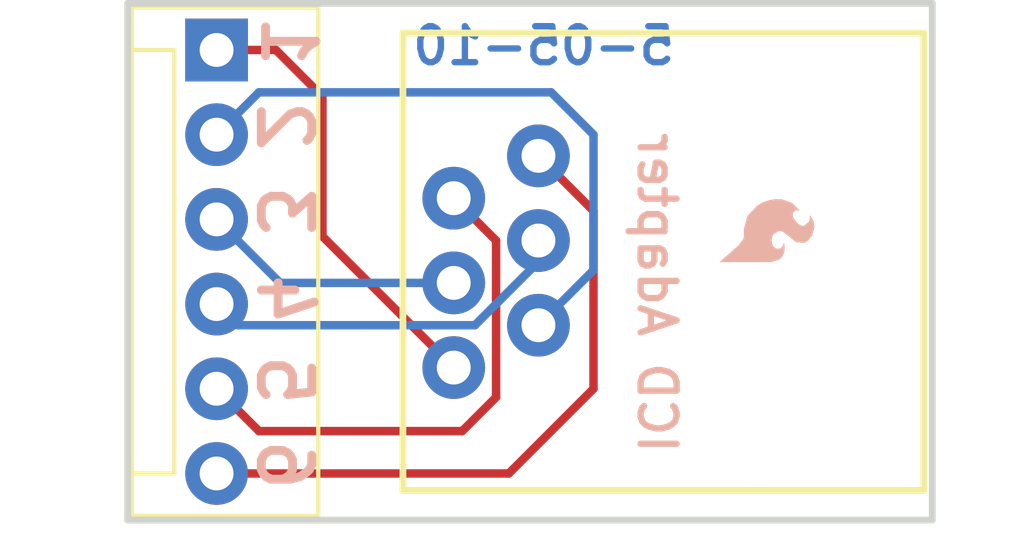
<source format=kicad_pcb>
(kicad_pcb (version 20221018) (generator pcbnew)
  (layers (0 "F.Cu" signal) (1 "In1.Cu" signal) (2 "In2.Cu" signal) (3 "In3.Cu" signal) (4 "In4.Cu" signal) (5 "In5.Cu" signal) (6 "In6.Cu" signal) (7 "In7.Cu" signal) (8 "In8.Cu" signal) (9 "In9.Cu" signal) (10 "In10.Cu" signal) (11 "In11.Cu" signal) (12 "In12.Cu" signal) (13 "In13.Cu" signal) (14 "In14.Cu" signal) (31 "B.Cu" signal) (34 "B.Paste" user) (35 "F.Paste" user) (36 "B.SilkS" user "B.Silkscreen") (37 "F.SilkS" user "F.Silkscreen") (38 "B.Mask" user) (39 "F.Mask" user) (44 "Edge.Cuts" user))
  (net 0 "")
  (net 1 "N$2")
  (net 2 "N$3")
  (net 3 "N$4")
  (net 4 "N$5")
  (net 5 "N$6")
  (net 6 "N$1")
  (footprint "working:RJ11-6" (layer "F.Cu") (at 155.1051 110.0836 90)
    (fp_text reference "RJ11" hide)
    (fp_text value "RJ11-6PTH" hide)
    (fp_line (start -1.778 -10.414) (end -1.778 5.207) (stroke (width 0.2032)) (layer "F.SilkS"))
    (fp_line (start 11.938 -10.414) (end -1.778 -10.414) (stroke (width 0.2032)) (layer "F.SilkS"))
    (fp_line (start 11.938 5.207) (end -1.778 5.207) (stroke (width 0.2032)) (layer "F.SilkS"))
    (fp_line (start 11.938 5.207) (end 11.938 -10.414) (stroke (width 0.2032)) (layer "F.SilkS"))
    (pad "" np_thru_hole circle (at 0 0 90) (size 3.2512 3.2512) (drill 3.2512) (layers "*.Cu" "*.Mask"))
    (pad "" np_thru_hole circle (at 10.16 0 90) (size 3.2512 3.2512) (drill 3.2512) (layers "*.Cu" "*.Mask"))
    (pad "1" thru_hole circle (at 1.905 -8.89 90) (size 1.8796 1.8796) (drill 1.016) (layers "*.Cu" "*.Mask") (net 1 "N$2"))
    (pad "2" thru_hole circle (at 3.175 -6.35 90) (size 1.8796 1.8796) (drill 1.016) (layers "*.Cu" "*.Mask") (net 2 "N$3"))
    (pad "3" thru_hole circle (at 4.445 -8.89 90) (size 1.8796 1.8796) (drill 1.016) (layers "*.Cu" "*.Mask") (net 3 "N$4"))
    (pad "4" thru_hole circle (at 5.715 -6.35 90) (size 1.8796 1.8796) (drill 1.016) (layers "*.Cu" "*.Mask") (net 4 "N$5"))
    (pad "5" thru_hole circle (at 6.985 -8.89 90) (size 1.8796 1.8796) (drill 1.016) (layers "*.Cu" "*.Mask") (net 5 "N$6"))
    (pad "6" thru_hole circle (at 8.255 -6.35 90) (size 1.8796 1.8796) (drill 1.016) (layers "*.Cu" "*.Mask") (net 6 "N$1"))
  )
  (footprint "working:DUMMY" (layer "F.Cu") (at 136.3345 112.6236)
    (fp_text reference "FRAME1" hide)
    (fp_text value "" hide)
  )
  (footprint "working:MOLEX-1X6" (layer "F.Cu") (at 139.1031 98.6536 -90)
    (fp_text reference "HEADERS0" hide)
    (fp_text value "" hide)
    (fp_line (start -1.27 -3.048) (end -1.27 2.54) (stroke (width 0.127)) (layer "F.SilkS"))
    (fp_line (start 0 1.27) (end 12.7 1.27) (stroke (width 0.127)) (layer "F.SilkS"))
    (fp_line (start 0 2.54) (end -1.27 2.54) (stroke (width 0.127)) (layer "F.SilkS"))
    (fp_line (start 0 2.54) (end 0 1.27) (stroke (width 0.127)) (layer "F.SilkS"))
    (fp_line (start 12.7 1.27) (end 12.7 2.54) (stroke (width 0.127)) (layer "F.SilkS"))
    (fp_line (start 12.7 2.54) (end 0 2.54) (stroke (width 0.127)) (layer "F.SilkS"))
    (fp_line (start 13.97 -3.048) (end -1.27 -3.048) (stroke (width 0.127)) (layer "F.SilkS"))
    (fp_line (start 13.97 -3.048) (end 13.97 2.54) (stroke (width 0.127)) (layer "F.SilkS"))
    (fp_line (start 13.97 2.54) (end 12.7 2.54) (stroke (width 0.127)) (layer "F.SilkS"))
    (pad "1" thru_hole rect (at 0 0 270) (size 1.8796 1.8796) (drill 1.016) (layers "*.Cu" "*.Mask") (net 1 "N$2"))
    (pad "2" thru_hole circle (at 2.54 0 270) (size 1.8796 1.8796) (drill 1.016) (layers "*.Cu" "*.Mask") (net 2 "N$3"))
    (pad "3" thru_hole circle (at 5.08 0 270) (size 1.8796 1.8796) (drill 1.016) (layers "*.Cu" "*.Mask") (net 3 "N$4"))
    (pad "4" thru_hole circle (at 7.62 0 270) (size 1.8796 1.8796) (drill 1.016) (layers "*.Cu" "*.Mask") (net 4 "N$5"))
    (pad "5" thru_hole circle (at 10.16 0 270) (size 1.8796 1.8796) (drill 1.016) (layers "*.Cu" "*.Mask") (net 5 "N$6"))
    (pad "6" thru_hole circle (at 12.7 0 270) (size 1.8796 1.8796) (drill 1.016) (layers "*.Cu" "*.Mask") (net 6 "N$1"))
  )
  (footprint "working:SFE-LOGO-FLAME" (layer "B.Cu") (at 154.2161 105.0036 90)
    (fp_text reference "JP1" hide)
    (fp_text value "LOGO-SFESK" hide)
    (fp_poly (pts (xy 1.126002 2.808203) (xy 1.215449 2.785829) (xy 1.228477 2.780783) (xy 1.240192 2.774853) (xy 1.256859 2.766576) (xy 1.275552 2.759834) (xy 1.371694 2.7026) (xy 1.3793 2.7026) (xy 1.3793 2.6772) (xy 1.306833 2.6772) (xy 1.208418 2.657914) (xy 1.074854 2.495286) (xy 1.079365 2.436824) (xy 1.12809 2.341868) (xy 1.204665 2.265195) (xy 1.294068 2.200638) (xy 1.369348 2.168823) (xy 1.450736 2.171632) (xy 1.458864 2.174186) (xy 1.466256 2.177388) (xy 1.530514 2.236956) (xy 1.5368 2.259812) (xy 1.5368 2.377938) (xy 1.763707 2.148127) (xy 1.868185 1.85684) (xy 1.871603 1.856894) (xy 1.87806 1.650435) (xy 1.848857 1.45742) (xy 1.785308 1.272842) (xy 1.6663 1.061578) (xy 1.6663 1.080581) (xy 1.378131 0.80901) (xy 0.982239 0.6985) (xy 0.753005 0.6985) (xy 0.7162 0.692046) (xy 0.681776 0.679592) (xy 0.496322 0.541784) (xy -0.0126 -0.03091) (xy -0.0126 1.52077) (xy 0.060004 1.761967) (xy 0.168295 1.865489) (xy 0.307122 1.917522) (xy 0.4039 1.925089) (xy 0.499384 1.917623) (xy 0.55991 1.908099) (xy 0.557788 1.884433) (xy 0.522215 1.885242) (xy 0.501784 1.876141) (xy 0.420519 1.817153) (xy 0.400721 1.79067) (xy 0.390394 1.7285) (xy 0.400904 1.665228) (xy 0.421404 1.625174) (xy 0.452342 1.592685) (xy 0.546535 1.54355) (xy 0.652228 1.531742) (xy 0.742768 1.550084) (xy 0.824219 1.589656) (xy 0.92203 1.754659) (xy 0.907706 1.848843) (xy 0.850911 1.930406) (xy 0.584707 2.263237) (xy 0.561667 2.510855) (xy 0.627495 2.621556) (xy 0.629042 2.623103) (xy 0.778901 2.74712) (xy 1.032676 2.817064)) (fill solid) (layer "B.SilkS"))
  )
  (gr_line (start 136.4361 97.2566) (end 136.4361 112.7506) (stroke (width 0.2032)) (layer "Edge.Cuts"))
  (gr_line (start 160.5661 97.2566) (end 136.4361 97.2566) (stroke (width 0.2032)) (layer "Edge.Cuts"))
  (gr_line (start 160.5661 112.7506) (end 160.5661 97.2566) (stroke (width 0.2032)) (layer "Edge.Cuts"))
  (gr_line (start 136.4361 112.7506) (end 160.5661 112.7506) (stroke (width 0.2032)) (layer "Edge.Cuts"))
  (gr_text "5-05-10" (at 152.9461 99.1616) (layer "B.Cu") (effects (font (size 1.0795 1.0795) (thickness 0.1905)) (justify left bottom mirror)))
  (gr_text "1" (at 140.3731 99.2886 -90) (layer "B.SilkS") (effects (font (size 1.5113 1.5113) (thickness 0.2667)) (justify left bottom mirror)))
  (gr_text "4" (at 140.2461 107.0356 -90) (layer "B.SilkS") (effects (font (size 1.5113 1.5113) (thickness 0.2667)) (justify left bottom mirror)))
  (gr_text "3" (at 140.2461 104.3686 -90) (layer "B.SilkS") (effects (font (size 1.5113 1.5113) (thickness 0.2667)) (justify left bottom mirror)))
  (gr_text "5" (at 140.2461 109.4486 -90) (layer "B.SilkS") (effects (font (size 1.5113 1.5113) (thickness 0.2667)) (justify left bottom mirror)))
  (gr_text "6" (at 140.2461 111.9886 -90) (layer "B.SilkS") (effects (font (size 1.5113 1.5113) (thickness 0.2667)) (justify left bottom mirror)))
  (gr_text "2" (at 140.2461 101.8286 -90) (layer "B.SilkS") (effects (font (size 1.5113 1.5113) (thickness 0.2667)) (justify left bottom mirror)))
  (gr_text "ICD Adapter" (at 151.6761 110.8456 -90) (layer "B.SilkS") (effects (font (size 1.0795 1.0795) (thickness 0.1905)) (justify left bottom mirror)))
  (segment (start 146.2151 108.1786) (end 142.2781 104.2416) (width 0.254) (layer "F.Cu") (net 1))
  (segment (start 142.2781 104.2416) (end 142.2781 100.0506) (width 0.254) (layer "F.Cu") (net 1))
  (segment (start 140.8811 98.6536) (end 139.1031 98.6536) (width 0.254) (layer "F.Cu") (net 1))
  (segment (start 142.2781 100.0506) (end 140.8811 98.6536) (width 0.254) (layer "F.Cu") (net 1))
  (segment (start 150.4061 105.2576) (end 148.7551 106.9086) (width 0.254) (layer "B.Cu") (net 2))
  (segment (start 150.4061 101.1936) (end 150.4061 105.2576) (width 0.254) (layer "B.Cu") (net 2))
  (segment (start 140.3731 99.9236) (end 149.1361 99.9236) (width 0.254) (layer "B.Cu") (net 2))
  (segment (start 139.1031 101.1936) (end 140.3731 99.9236) (width 0.254) (layer "B.Cu") (net 2))
  (segment (start 149.1361 99.9236) (end 150.4061 101.1936) (width 0.254) (layer "B.Cu") (net 2))
  (segment (start 141.0081 105.6386) (end 139.1031 103.7336) (width 0.254) (layer "B.Cu") (net 3))
  (segment (start 141.0081 105.6386) (end 146.2151 105.6386) (width 0.254) (layer "B.Cu") (net 3))
  (segment (start 148.7551 105.0036) (end 148.7551 104.3686) (width 0.254) (layer "B.Cu") (net 4))
  (segment (start 139.7381 106.9086) (end 146.8501 106.9086) (width 0.254) (layer "B.Cu") (net 4))
  (segment (start 139.1031 106.2736) (end 139.7381 106.9086) (width 0.254) (layer "B.Cu") (net 4))
  (segment (start 146.8501 106.9086) (end 148.7551 105.0036) (width 0.254) (layer "B.Cu") (net 4))
  (segment (start 147.4851 104.3686) (end 146.2151 103.0986) (width 0.254) (layer "F.Cu") (net 5))
  (segment (start 147.4851 109.0676) (end 147.4851 104.3686) (width 0.254) (layer "F.Cu") (net 5))
  (segment (start 139.1031 108.8136) (end 140.3731 110.0836) (width 0.254) (layer "F.Cu") (net 5))
  (segment (start 146.4691 110.0836) (end 147.4851 109.0676) (width 0.254) (layer "F.Cu") (net 5))
  (segment (start 140.3731 110.0836) (end 146.4691 110.0836) (width 0.254) (layer "F.Cu") (net 5))
  (segment (start 150.4061 108.8136) (end 150.4061 103.4796) (width 0.254) (layer "F.Cu") (net 6))
  (segment (start 147.8661 111.3536) (end 150.4061 108.8136) (width 0.254) (layer "F.Cu") (net 6))
  (segment (start 139.1031 111.3536) (end 147.8661 111.3536) (width 0.254) (layer "F.Cu") (net 6))
  (segment (start 150.4061 103.4796) (end 148.7551 101.8286) (width 0.254) (layer "F.Cu") (net 6))
)
</source>
